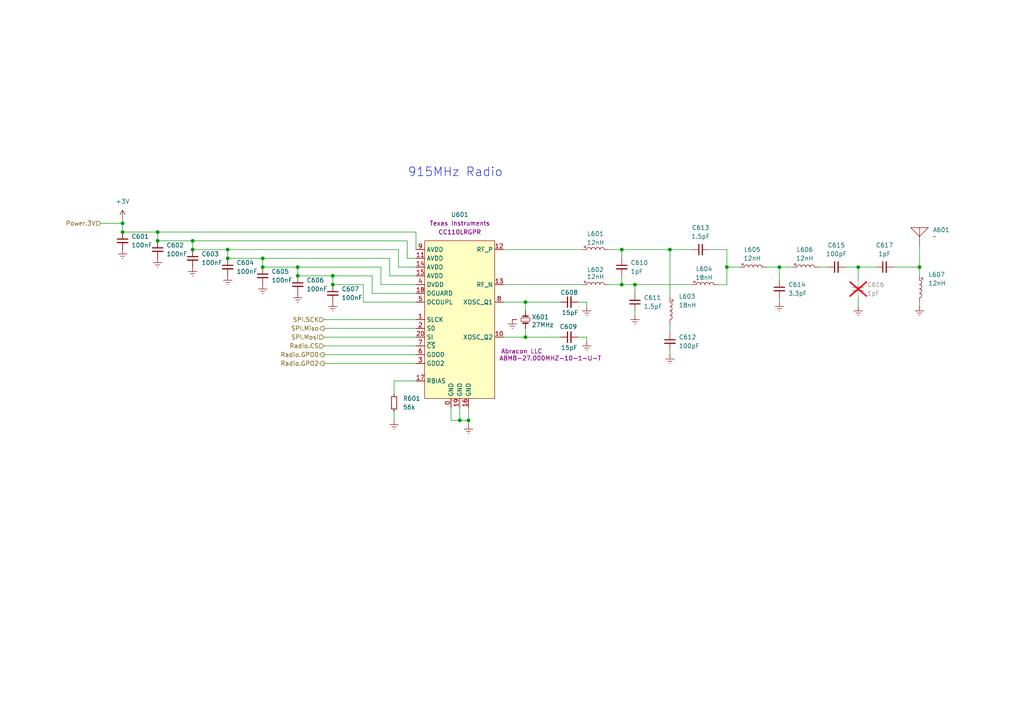
<source format=kicad_sch>
(kicad_sch (version 20231120) (generator "eeschema") (generator_version "8.0")
  (paper "A4")
  (title_block (title "Energy Meter") (date "2024-12-06") (rev "0"))
  (lib_symbols
    (symbol "The_Parts_Library:A_DN024" (pin_numbers hide) (pin_names (offset 0) hide) (exclude_from_sim yes) (in_bom no)
      (property "Reference" "A" (at 3.556 0.508 0))
      (symbol "A_DN024_0_1"
        (polyline (pts (xy 0 0) (xy 0 2.54)))
        (polyline (pts (xy -2.54 2.54) (xy 0 2.54) (xy 2.54 2.54) (xy 0 0) (xy -2.54 2.54)))
      )
      (symbol "A_DN024_1_0"
        (pin passive line (at 0 -2.54 90) (length 2.54) (name "1") (number "1"))
      )
    )
    (symbol "The_Parts_Library:C0603_1.5pF_100V_C0G" (pin_numbers hide) (pin_names (offset 0) hide)
      (property "Reference" "C" (at 2.54 2.54 0))
      (property "Value" "1.5pF" (at 2.54 0 0))
      (symbol "C0603_1.5pF_100V_C0G_0_1"
        (polyline (pts (xy -1.524 -0.508) (xy 1.524 -0.508)) (stroke (width 0.3302)))
        (polyline (pts (xy -1.524 0.508) (xy 1.524 0.508)) (stroke (width 0.3048)))
      )
      (symbol "C0603_1.5pF_100V_C0G_1_1"
        (pin passive line (at 0 2.54 270) (length 2.032) (name "~") (number "1"))
        (pin passive line (at 0 -2.54 90) (length 2.032) (name "~") (number "2"))
      )
    )
    (symbol "The_Parts_Library:C0603_100nF_100V_X7R" (pin_numbers hide) (pin_names (offset 0) hide)
      (property "Reference" "C" (at 2.54 2.54 0))
      (property "Value" "100nF" (at 2.54 0 0))
      (symbol "C0603_100nF_100V_X7R_0_1"
        (polyline (pts (xy -1.524 -0.508) (xy 1.524 -0.508)) (stroke (width 0.3302)))
        (polyline (pts (xy -1.524 0.508) (xy 1.524 0.508)) (stroke (width 0.3048)))
      )
      (symbol "C0603_100nF_100V_X7R_1_1"
        (pin passive line (at 0 2.54 270) (length 2.032) (name "~") (number "1"))
        (pin passive line (at 0 -2.54 90) (length 2.032) (name "~") (number "2"))
      )
    )
    (symbol "The_Parts_Library:C0603_100pF_100V_C0G" (pin_numbers hide) (pin_names (offset 0) hide)
      (property "Reference" "C" (at 2.54 2.54 0))
      (property "Value" "100pF" (at 2.54 0 0))
      (symbol "C0603_100pF_100V_C0G_0_1"
        (polyline (pts (xy -1.524 -0.508) (xy 1.524 -0.508)) (stroke (width 0.3302)))
        (polyline (pts (xy -1.524 0.508) (xy 1.524 0.508)) (stroke (width 0.3048)))
      )
      (symbol "C0603_100pF_100V_C0G_1_1"
        (pin passive line (at 0 2.54 270) (length 2.032) (name "~") (number "1"))
        (pin passive line (at 0 -2.54 90) (length 2.032) (name "~") (number "2"))
      )
    )
    (symbol "The_Parts_Library:C0603_15pF_100V_C0G" (pin_numbers hide) (pin_names (offset 0) hide)
      (property "Reference" "C" (at 2.54 2.54 0))
      (property "Value" "15pF" (at 2.54 0 0))
      (symbol "C0603_15pF_100V_C0G_0_1"
        (polyline (pts (xy -1.524 -0.508) (xy 1.524 -0.508)) (stroke (width 0.3302)))
        (polyline (pts (xy -1.524 0.508) (xy 1.524 0.508)) (stroke (width 0.3048)))
      )
      (symbol "C0603_15pF_100V_C0G_1_1"
        (pin passive line (at 0 2.54 270) (length 2.032) (name "~") (number "1"))
        (pin passive line (at 0 -2.54 90) (length 2.032) (name "~") (number "2"))
      )
    )
    (symbol "The_Parts_Library:C0603_1pF_100V_C0G" (pin_numbers hide) (pin_names (offset 0) hide)
      (property "Reference" "C" (at 2.54 2.54 0))
      (property "Value" "1pF" (at 2.54 0 0))
      (symbol "C0603_1pF_100V_C0G_0_1"
        (polyline (pts (xy -1.524 -0.508) (xy 1.524 -0.508)) (stroke (width 0.3302)))
        (polyline (pts (xy -1.524 0.508) (xy 1.524 0.508)) (stroke (width 0.3048)))
      )
      (symbol "C0603_1pF_100V_C0G_1_1"
        (pin passive line (at 0 2.54 270) (length 2.032) (name "~") (number "1"))
        (pin passive line (at 0 -2.54 90) (length 2.032) (name "~") (number "2"))
      )
    )
    (symbol "The_Parts_Library:C0603_3.3pF_100V_C0G" (pin_numbers hide) (pin_names (offset 0) hide)
      (property "Reference" "C" (at 2.54 2.54 0))
      (property "Value" "3.3pF" (at 2.54 0 0))
      (symbol "C0603_3.3pF_100V_C0G_0_1"
        (polyline (pts (xy -1.524 -0.508) (xy 1.524 -0.508)) (stroke (width 0.3302)))
        (polyline (pts (xy -1.524 0.508) (xy 1.524 0.508)) (stroke (width 0.3048)))
      )
      (symbol "C0603_3.3pF_100V_C0G_1_1"
        (pin passive line (at 0 2.54 270) (length 2.032) (name "~") (number "1"))
        (pin passive line (at 0 -2.54 90) (length 2.032) (name "~") (number "2"))
      )
    )
    (symbol "The_Parts_Library:L_LQG18HN12NJ00D" (pin_numbers hide) (pin_names (offset 0) hide)
      (property "Reference" "L" (at 2.54 2.54 0))
      (property "Value" "12nH" (at 2.54 0 0))
      (property "Manufacturer" "Murata Electronics" (at 2.54 -5.08 0))
      (property "Manufacturer Part Number" "LQG18HN12NJ00D" (at 2.54 -2.54 0))
      (symbol "L_LQG18HN12NJ00D_0_1"
        (arc (start 0 -2.54) (mid 0.6323 -1.905) (end 0 -1.27))
        (arc (start 0 -1.27) (mid 0.6323 -0.635) (end 0 0))
        (arc (start 0 0) (mid 0.6323 0.635) (end 0 1.27))
        (arc (start 0 1.27) (mid 0.6323 1.905) (end 0 2.54))
        (circle (center 0.762 3.048) (radius 0.254))
      )
      (symbol "L_LQG18HN12NJ00D_1_1"
        (pin passive line (at 0 3.81 270) (length 1.27) (name "1") (number "1"))
        (pin passive line (at 0 -3.81 90) (length 1.27) (name "2") (number "2"))
      )
    )
    (symbol "The_Parts_Library:L_LQG18HN18NJ00D" (pin_numbers hide) (pin_names (offset 0) hide)
      (property "Reference" "L" (at 2.54 2.54 0))
      (property "Value" "18nH" (at 2.54 0 0))
      (property "Manufacturer" "Murata Electronics" (at 2.54 -5.08 0))
      (property "Manufacturer Part Number" "LQG18HN18NJ00D" (at 2.54 -2.54 0))
      (symbol "L_LQG18HN18NJ00D_0_1"
        (arc (start 0 -2.54) (mid 0.6323 -1.905) (end 0 -1.27))
        (arc (start 0 -1.27) (mid 0.6323 -0.635) (end 0 0))
        (arc (start 0 0) (mid 0.6323 0.635) (end 0 1.27))
        (arc (start 0 1.27) (mid 0.6323 1.905) (end 0 2.54))
        (circle (center 0.762 3.048) (radius 0.254))
      )
      (symbol "L_LQG18HN18NJ00D_1_1"
        (pin passive line (at 0 3.81 270) (length 1.27) (name "1") (number "1"))
        (pin passive line (at 0 -3.81 90) (length 1.27) (name "2") (number "2"))
      )
    )
    (symbol "The_Parts_Library:R0603_56k" (pin_numbers hide) (pin_names (offset 0.254) hide)
      (property "Reference" "R" (at 1.27 2.54 0))
      (property "Value" "56k" (at 1.27 0 0))
      (symbol "R0603_56k_0_1"
        (rectangle (start -0.762 1.778) (end 0.762 -1.778) (stroke (width 0.2032)))
      )
      (symbol "R0603_56k_1_1"
        (pin passive line (at 0 2.54 270) (length 0.762) (name "~") (number "1"))
        (pin passive line (at 0 -2.54 90) (length 0.762) (name "~") (number "2"))
      )
    )
    (symbol "The_Parts_Library:U_CC110LRGPR"
      (property "Reference" "U" (at -7.62 33.02 0))
      (property "Manufacturer" "Texas Instruments" (at -7.62 27.94 0))
      (property "Manufacturer Part Number" "CC110LRGPR" (at -7.62 30.48 0))
      (symbol "U_CC110LRGPR_0_0"
        (pin input line (at -12.7 2.54 0) (length 2.54) (name "SLCK") (number "1"))
        (pin input line (at -12.7 20.32 0) (length 2.54) (name "AVDD") (number "11"))
        (pin passive line (at 12.7 22.86 180) (length 2.54) (name "RF_P") (number "12"))
        (pin passive line (at 12.7 12.7 180) (length 2.54) (name "RF_N") (number "13"))
        (pin input line (at -12.7 17.78 0) (length 2.54) (name "AVDD") (number "14"))
        (pin input line (at -12.7 15.24 0) (length 2.54) (name "AVDD") (number "15"))
        (pin passive line (at -12.7 -15.24 0) (length 2.54) (name "RBIAS") (number "17"))
        (pin passive line (at -12.7 10.16 0) (length 2.54) (name "DGUARD") (number "18"))
        (pin tri_state line (at -12.7 0 0) (length 2.54) (name "S0") (number "2"))
        (pin input line (at -12.7 -2.54 0) (length 2.54) (name "SI") (number "20"))
        (pin output line (at -12.7 -10.16 0) (length 2.54) (name "GDO2") (number "3"))
        (pin input line (at -12.7 12.7 0) (length 2.54) (name "DVDD") (number "4"))
        (pin passive line (at -12.7 7.62 0) (length 2.54) (name "DCOUPL") (number "5"))
        (pin output line (at -12.7 -7.62 0) (length 2.54) (name "GDO0") (number "6"))
        (pin passive line (at 12.7 7.62 180) (length 2.54) (name "XOSC_Q1") (number "8"))
        (pin input line (at -12.7 22.86 0) (length 2.54) (name "AVDD") (number "9"))
      )
      (symbol "U_CC110LRGPR_1_0"
        (pin power_in line (at -2.54 -22.86 90) (length 2.54) (name "GND") (number "0"))
        (pin passive line (at 12.7 -2.54 180) (length 2.54) (name "XOSC_Q2") (number "10"))
        (pin power_in line (at 2.54 -22.86 90) (length 2.54) (name "GND") (number "16"))
        (pin power_in line (at 0 -22.86 90) (length 2.54) (name "GND") (number "19"))
        (pin input line (at -12.7 -5.08 0) (length 2.54) (name "~{CS}") (number "7"))
      )
      (symbol "U_CC110LRGPR_1_1"
        (rectangle (start -10.16 25.4) (end 10.16 -20.32) (fill (type background)))
      )
    )
    (symbol "The_Parts_Library:V_+3V" (power) (pin_numbers hide) (pin_names hide) (exclude_from_sim yes) (in_bom no) (on_board no)
      (property "Value" "+3V" (at 0 0 0))
      (symbol "V_+3V_0_1"
        (polyline (pts (xy -3.302 1.27) (xy -2.54 2.54)))
        (polyline (pts (xy -2.54 0) (xy -2.54 2.54)))
        (polyline (pts (xy -2.54 2.54) (xy -1.778 1.27)))
      )
      (symbol "V_+3V_1_1"
        (pin power_in line (at -2.54 0 90) (length 0) (name "~") (number "1"))
      )
    )
    (symbol "The_Parts_Library:V_GND" (power) (pin_numbers hide) (pin_names hide) (exclude_from_sim yes) (in_bom no) (on_board no)
      (symbol "V_GND_0_1"
        (polyline (pts (xy -0.635 -1.905) (xy 0.635 -1.905)))
        (polyline (pts (xy -0.127 -2.54) (xy 0.127 -2.54)))
        (polyline (pts (xy 0 -1.27) (xy 0 0)))
        (polyline (pts (xy 1.27 -1.27) (xy -1.27 -1.27)))
      )
      (symbol "V_GND_1_1"
        (pin power_in line (at 0 0 270) (length 0) (name "~") (number "1"))
      )
    )
    (symbol "The_Parts_Library:X_ABM8-27.000MHZ-10-1-U-T" (pin_numbers hide) (pin_names (offset 0) hide)
      (property "Reference" "X" (at 2.54 2.54 0))
      (property "Value" "27MHz" (at 2.54 0 0))
      (property "Manufacturer" "Abracon LLC" (at 2.54 -5.08 0))
      (property "Manufacturer Part Number" "ABM8-27.000MHZ-10-1-U-T" (at 2.54 -2.54 0))
      (symbol "X_ABM8-27.000MHZ-10-1-U-T_0_1"
        (rectangle (start -1.27 0.508) (end 1.27 -0.508))
        (polyline (pts (xy 0 -1.27) (xy 0 -1.016)))
        (polyline (pts (xy 0 1.27) (xy 0 1.016)))
        (polyline (pts (xy 0.762 -1.016) (xy -0.762 -1.016)) (stroke (width 0.381)))
        (polyline (pts (xy 0.762 1.016) (xy -0.762 1.016)) (stroke (width 0.381)))
      )
      (symbol "X_ABM8-27.000MHZ-10-1-U-T_1_0"
        (pin power_in line (at -3.81 0 0) (length 1.27) (name "2") (number "2"))
        (pin power_in line (at -3.81 0 0) (length 1.27) hide (name "GND") (number "4"))
      )
      (symbol "X_ABM8-27.000MHZ-10-1-U-T_1_1"
        (pin passive line (at 0 -2.54 90) (length 1.27) (name "1") (number "1"))
        (pin passive line (at 0 2.54 270) (length 1.27) (name "3") (number "3"))
      )
    )
  )
  (junction (at 96.52 80.01))
  (junction (at 35.56 64.77))
  (junction (at 210.82 77.47))
  (junction (at 45.72 69.85))
  (junction (at 135.89 121.92))
  (junction (at 152.4 97.79))
  (junction (at 76.2 77.47))
  (junction (at 66.04 72.39))
  (junction (at 76.2 74.93))
  (junction (at 248.92 77.47))
  (junction (at 35.56 67.31))
  (junction (at 96.52 82.55))
  (junction (at 266.7 77.47))
  (junction (at 86.36 80.01))
  (junction (at 194.31 72.39))
  (junction (at 152.4 87.63))
  (junction (at 55.88 72.39))
  (junction (at 180.34 72.39))
  (junction (at 180.34 82.55))
  (junction (at 55.88 69.85))
  (junction (at 66.04 74.93))
  (junction (at 86.36 77.47))
  (junction (at 133.35 121.92))
  (junction (at 226.06 77.47))
  (junction (at 45.72 67.31))
  (junction (at 184.15 82.55))
  (wire (pts (xy 210.82 77.47) (xy 210.82 82.55)))
  (wire (pts (xy 35.56 63.5) (xy 35.56 64.77)))
  (wire (pts (xy 120.65 110.49) (xy 114.3 110.49)))
  (wire (pts (xy 184.15 90.17) (xy 184.15 91.44)))
  (wire (pts (xy 237.49 77.47) (xy 240.03 77.47)))
  (wire (pts (xy 210.82 77.47) (xy 214.63 77.47)))
  (wire (pts (xy 180.34 80.01) (xy 180.34 82.55)))
  (wire (pts (xy 66.04 74.93) (xy 76.2 74.93)))
  (wire (pts (xy 184.15 82.55) (xy 184.15 85.09)))
  (wire (pts (xy 259.08 77.47) (xy 266.7 77.47)))
  (wire (pts (xy 120.65 67.31) (xy 120.65 72.39)))
  (wire (pts (xy 135.89 118.11) (xy 135.89 121.92)))
  (wire (pts (xy 208.28 82.55) (xy 210.82 82.55)))
  (wire (pts (xy 205.74 72.39) (xy 210.82 72.39)))
  (wire (pts (xy 266.7 87.63) (xy 266.7 88.9)))
  (wire (pts (xy 113.03 80.01) (xy 120.65 80.01)))
  (wire (pts (xy 226.06 77.47) (xy 226.06 81.28)))
  (wire (pts (xy 120.65 85.09) (xy 107.95 85.09)))
  (wire (pts (xy 93.98 97.79) (xy 120.65 97.79)))
  (wire (pts (xy 226.06 86.36) (xy 226.06 87.63)))
  (wire (pts (xy 118.11 69.85) (xy 118.11 74.93)))
  (wire (pts (xy 152.4 97.79) (xy 152.4 95.25)))
  (wire (pts (xy 170.18 87.63) (xy 170.18 88.9)))
  (wire (pts (xy 76.2 74.93) (xy 113.03 74.93)))
  (wire (pts (xy 93.98 102.87) (xy 120.65 102.87)))
  (wire (pts (xy 133.35 121.92) (xy 130.81 121.92)))
  (wire (pts (xy 180.34 72.39) (xy 180.34 74.93)))
  (wire (pts (xy 96.52 80.01) (xy 86.36 80.01)))
  (wire (pts (xy 86.36 77.47) (xy 110.49 77.47)))
  (wire (pts (xy 222.25 77.47) (xy 226.06 77.47)))
  (wire (pts (xy 194.31 72.39) (xy 200.66 72.39)))
  (wire (pts (xy 194.31 72.39) (xy 194.31 86.36)))
  (wire (pts (xy 180.34 82.55) (xy 184.15 82.55)))
  (wire (pts (xy 35.56 67.31) (xy 45.72 67.31)))
  (wire (pts (xy 105.41 87.63) (xy 105.41 82.55)))
  (wire (pts (xy 110.49 77.47) (xy 110.49 82.55)))
  (wire (pts (xy 55.88 72.39) (xy 66.04 72.39)))
  (wire (pts (xy 45.72 67.31) (xy 120.65 67.31)))
  (wire (pts (xy 167.64 97.79) (xy 170.18 97.79)))
  (wire (pts (xy 146.05 82.55) (xy 168.91 82.55)))
  (wire (pts (xy 167.64 87.63) (xy 170.18 87.63)))
  (wire (pts (xy 146.05 97.79) (xy 152.4 97.79)))
  (wire (pts (xy 115.57 77.47) (xy 120.65 77.47)))
  (wire (pts (xy 107.95 80.01) (xy 96.52 80.01)))
  (wire (pts (xy 29.21 64.77) (xy 35.56 64.77)))
  (wire (pts (xy 146.05 72.39) (xy 168.91 72.39)))
  (wire (pts (xy 35.56 64.77) (xy 35.56 67.31)))
  (wire (pts (xy 248.92 86.36) (xy 248.92 88.9)))
  (wire (pts (xy 133.35 118.11) (xy 133.35 121.92)))
  (wire (pts (xy 152.4 97.79) (xy 162.56 97.79)))
  (wire (pts (xy 96.52 82.55) (xy 96.52 80.01)))
  (wire (pts (xy 118.11 74.93) (xy 120.65 74.93)))
  (wire (pts (xy 86.36 80.01) (xy 86.36 77.47)))
  (wire (pts (xy 130.81 121.92) (xy 130.81 118.11)))
  (wire (pts (xy 113.03 74.93) (xy 113.03 80.01)))
  (wire (pts (xy 96.52 82.55) (xy 105.41 82.55)))
  (wire (pts (xy 76.2 77.47) (xy 86.36 77.47)))
  (wire (pts (xy 45.72 69.85) (xy 55.88 69.85)))
  (wire (pts (xy 226.06 77.47) (xy 229.87 77.47)))
  (wire (pts (xy 114.3 119.38) (xy 114.3 121.92)))
  (wire (pts (xy 114.3 110.49) (xy 114.3 114.3)))
  (wire (pts (xy 93.98 95.25) (xy 120.65 95.25)))
  (wire (pts (xy 184.15 82.55) (xy 200.66 82.55)))
  (wire (pts (xy 194.31 93.98) (xy 194.31 96.52)))
  (wire (pts (xy 135.89 121.92) (xy 133.35 121.92)))
  (wire (pts (xy 245.11 77.47) (xy 248.92 77.47)))
  (wire (pts (xy 152.4 87.63) (xy 152.4 90.17)))
  (wire (pts (xy 55.88 69.85) (xy 55.88 72.39)))
  (wire (pts (xy 146.05 87.63) (xy 152.4 87.63)))
  (wire (pts (xy 210.82 72.39) (xy 210.82 77.47)))
  (wire (pts (xy 66.04 72.39) (xy 66.04 74.93)))
  (wire (pts (xy 55.88 69.85) (xy 118.11 69.85)))
  (wire (pts (xy 110.49 82.55) (xy 120.65 82.55)))
  (wire (pts (xy 176.53 82.55) (xy 180.34 82.55)))
  (wire (pts (xy 45.72 67.31) (xy 45.72 69.85)))
  (wire (pts (xy 120.65 87.63) (xy 105.41 87.63)))
  (wire (pts (xy 76.2 74.93) (xy 76.2 77.47)))
  (wire (pts (xy 248.92 77.47) (xy 254 77.47)))
  (wire (pts (xy 266.7 77.47) (xy 266.7 80.01)))
  (wire (pts (xy 93.98 100.33) (xy 120.65 100.33)))
  (wire (pts (xy 115.57 72.39) (xy 115.57 77.47)))
  (wire (pts (xy 93.98 92.71) (xy 120.65 92.71)))
  (wire (pts (xy 180.34 72.39) (xy 194.31 72.39)))
  (wire (pts (xy 152.4 87.63) (xy 162.56 87.63)))
  (wire (pts (xy 248.92 77.47) (xy 248.92 81.28)))
  (wire (pts (xy 135.89 121.92) (xy 135.89 123.19)))
  (wire (pts (xy 107.95 85.09) (xy 107.95 80.01)))
  (wire (pts (xy 66.04 72.39) (xy 115.57 72.39)))
  (wire (pts (xy 176.53 72.39) (xy 180.34 72.39)))
  (wire (pts (xy 194.31 101.6) (xy 194.31 102.87)))
  (wire (pts (xy 266.7 77.47) (xy 266.7 71.12)))
  (wire (pts (xy 170.18 97.79) (xy 170.18 99.06)))
  (wire (pts (xy 93.98 105.41) (xy 120.65 105.41)))
  (text "915MHz Radio" (at 132.08 50.038 0) (effects (font (size 2.54 2.54))))
  (hierarchical_label "Radio.CS" (shape input) (at 93.98 100.33 180))
  (hierarchical_label "SPI.Miso" (shape output) (at 93.98 95.25 180))
  (hierarchical_label "Radio.GPO0" (shape output) (at 93.98 102.87 180))
  (hierarchical_label "Power.3V" (shape input) (at 29.21 64.77 180))
  (hierarchical_label "SPI.SCK" (shape input) (at 93.98 92.71 180))
  (hierarchical_label "Radio.GPO2" (shape output) (at 93.98 105.41 180))
  (hierarchical_label "SPI.Mosi" (shape input) (at 93.98 97.79 180))
  (symbol (lib_id "The_Parts_Library:V_GND") (at 76.2 82.55 0) (unit 1) (exclude_from_sim yes) (in_bom no) (on_board no)
    (property "Reference" "#PWR0606" (effects (hide yes)))
    (property "Value" "GND" (effects (hide yes)))
  )
  (symbol (lib_id "The_Parts_Library:C0603_100nF_100V_X7R") (at 86.36 82.55 0) (unit 1)
    (property "Reference" "C606" (at 88.9 81.2862 0) (effects (justify left)))
    (property "Value" "100nF" (at 88.9 83.8262 0) (effects (justify left)))
    (property "Footprint" "The_Parts_Library:C_0603" (effects (hide yes)))
    (property "Description" "0.1 uF ±10% 100V Ceramic Capacitor X7R 0603 (1608 Metric)" (effects (hide yes)))
    (property "Manufacturer" "Murata Electronics" (effects (hide yes)))
    (property "Manufacturer Part Number" "GCJ188R72A104KA01D" (effects (hide yes)))
    (property "Supplier" "Digikey" (effects (hide yes)))
    (property "Supplier Part Number" "490-13420-2-ND" (effects (hide yes)))
  )
  (symbol (lib_id "The_Parts_Library:C0603_100nF_100V_X7R") (at 35.56 69.85 0) (unit 1)
    (property "Reference" "C601" (at 38.1 68.5862 0) (effects (justify left)))
    (property "Value" "100nF" (at 38.1 71.1262 0) (effects (justify left)))
    (property "Footprint" "The_Parts_Library:C_0603" (effects (hide yes)))
    (property "Description" "0.1 uF ±10% 100V Ceramic Capacitor X7R 0603 (1608 Metric)" (effects (hide yes)))
    (property "Manufacturer" "Murata Electronics" (effects (hide yes)))
    (property "Manufacturer Part Number" "GCJ188R72A104KA01D" (effects (hide yes)))
    (property "Supplier" "Digikey" (effects (hide yes)))
    (property "Supplier Part Number" "490-13420-2-ND" (effects (hide yes)))
  )
  (symbol (lib_id "The_Parts_Library:L_LQG18HN12NJ00D") (at 172.72 82.55 90) (unit 1)
    (property "Reference" "L602" (at 172.72 78.232 90))
    (property "Value" "12nH" (at 172.72 80.264 90))
    (property "Footprint" "The_Parts_Library:L_0603" (effects (hide yes)))
    (property "Description" "12 nH Unshielded Multilayer Inductor 600 mA 350mOhm Max 0603 (1608 Metric)" (effects (hide yes)))
    (property "Manufacturer" "Murata Electronics" (effects (hide yes)))
    (property "Manufacturer Part Number" "LQG18HN12NJ00D" (effects (hide yes)))
    (property "Supplier" "Digikey" (effects (hide yes)))
    (property "Supplier Part Number" "490-6575-2-ND" (effects (hide yes)))
  )
  (symbol (lib_id "The_Parts_Library:C0603_1.5pF_100V_C0G") (at 203.2 72.39 90) (unit 1)
    (property "Reference" "C613" (at 203.2063 66.04 90))
    (property "Value" "1.5pF" (at 203.2063 68.58 90))
    (property "Footprint" "The_Parts_Library:C_0603" (effects (hide yes)))
    (property "Description" "1.5 pF ±0.1pF 100V Ceramic Capacitor C0G, NP0 0603 (1608 Metric)" (effects (hide yes)))
    (property "Manufacturer" "Murata Electronics" (effects (hide yes)))
    (property "Manufacturer Part Number" "GCM1885C2A1R5BA16D" (effects (hide yes)))
    (property "Supplier" "Digikey" (effects (hide yes)))
    (property "Supplier Part Number" "490-GCM1885C2A1R5BA16DTR-ND" (effects (hide yes)))
  )
  (symbol (lib_id "The_Parts_Library:V_GND") (at 148.59 92.71 0) (unit 1) (exclude_from_sim yes) (in_bom no) (on_board no)
    (property "Reference" "#PWR0611" (effects (hide yes)))
    (property "Value" "GND" (effects (hide yes)))
  )
  (symbol (lib_id "The_Parts_Library:U_CC110LRGPR") (at 133.35 95.25 0) (unit 1)
    (property "Reference" "U601" (at 133.35 62.23 0))
    (property "Footprint" "The_Parts_Library:TI_QFN20_RGP" (effects (hide yes)))
    (property "Description" "IC RF TxRx Only General ISM < 1GHz 300MHz ~ 348MHz, 387MHz ~ 464MHz, 779MHz ~ 928MHz 20-VFQFN Exposed Pad" (effects (hide yes)))
    (property "Manufacturer" "Texas Instruments" (at 133.35 64.77 0))
    (property "Manufacturer Part Number" "CC110LRGPR" (at 133.35 67.31 0))
    (property "Supplier" "Digikey" (effects (hide yes)))
    (property "Supplier Part Number" "296-35719-2-ND" (effects (hide yes)))
  )
  (symbol (lib_id "The_Parts_Library:V_GND") (at 135.89 123.19 0) (unit 1) (exclude_from_sim yes) (in_bom no) (on_board no)
    (property "Reference" "#PWR0610" (effects (hide yes)))
    (property "Value" "GND" (effects (hide yes)))
  )
  (symbol (lib_id "The_Parts_Library:L_LQG18HN18NJ00D") (at 194.31 90.17 0) (unit 1)
    (property "Reference" "L603" (at 196.85 85.9789 0) (effects (justify left)))
    (property "Value" "18nH" (at 196.85 88.5189 0) (effects (justify left)))
    (property "Footprint" "The_Parts_Library:L_0603" (effects (hide yes)))
    (property "Description" "18 nH Unshielded Multilayer Inductor 600 mA 450mOhm Max 0603 (1608 Metric)" (effects (hide yes)))
    (property "Manufacturer" "Murata Electronics" (effects (hide yes)))
    (property "Manufacturer Part Number" "LQG18HN18NJ00D" (effects (hide yes)))
    (property "Supplier" "Digikey" (effects (hide yes)))
    (property "Supplier Part Number" "490-6577-2-ND" (effects (hide yes)))
  )
  (symbol (lib_id "The_Parts_Library:V_+3V") (at 38.1 63.5 0) (unit 1)
    (property "Reference" "#PWR0602" (effects (hide yes)))
    (property "Value" "+3V" (at 35.56 58.42 0))
  )
  (symbol (lib_id "The_Parts_Library:A_DN024") (at 266.7 68.58 0) (unit 1) (exclude_from_sim yes) (in_bom no)
    (property "Reference" "A601" (at 270.51 66.6749 0) (effects (justify left)))
    (property "Value" "~" (at 270.51 68.58 0) (effects (justify left)))
    (property "Footprint" "The_Parts_Library:TI_DN024_Single_Band" (effects (hide yes)))
    (property "Datasheet" "https://www.ti.com/lit/an/swra227e/swra227e.pdf" (effects (hide yes)))
    (property "Description" "PCB Antenna from TI DN024" (effects (hide yes)))
  )
  (symbol (lib_id "The_Parts_Library:L_LQG18HN12NJ00D") (at 218.44 77.47 90) (unit 1)
    (property "Reference" "L605" (at 218.186 72.39 90))
    (property "Value" "12nH" (at 218.186 74.93 90))
    (property "Footprint" "The_Parts_Library:L_0603" (effects (hide yes)))
    (property "Description" "12 nH Unshielded Multilayer Inductor 600 mA 350mOhm Max 0603 (1608 Metric)" (effects (hide yes)))
    (property "Manufacturer" "Murata Electronics" (effects (hide yes)))
    (property "Manufacturer Part Number" "LQG18HN12NJ00D" (effects (hide yes)))
    (property "Supplier" "Digikey" (effects (hide yes)))
    (property "Supplier Part Number" "490-6575-2-ND" (effects (hide yes)))
  )
  (symbol (lib_id "The_Parts_Library:V_GND") (at 194.31 102.87 0) (unit 1) (exclude_from_sim yes) (in_bom no) (on_board no)
    (property "Reference" "#PWR0615" (effects (hide yes)))
    (property "Value" "GND" (effects (hide yes)))
  )
  (symbol (lib_id "The_Parts_Library:L_LQG18HN12NJ00D") (at 233.68 77.47 90) (unit 1)
    (property "Reference" "L606" (at 233.426 72.39 90))
    (property "Value" "12nH" (at 233.426 74.93 90))
    (property "Footprint" "The_Parts_Library:L_0603" (effects (hide yes)))
    (property "Description" "12 nH Unshielded Multilayer Inductor 600 mA 350mOhm Max 0603 (1608 Metric)" (effects (hide yes)))
    (property "Manufacturer" "Murata Electronics" (effects (hide yes)))
    (property "Manufacturer Part Number" "LQG18HN12NJ00D" (effects (hide yes)))
    (property "Supplier" "Digikey" (effects (hide yes)))
    (property "Supplier Part Number" "490-6575-2-ND" (effects (hide yes)))
  )
  (symbol (lib_id "The_Parts_Library:V_GND") (at 55.88 77.47 0) (unit 1) (exclude_from_sim yes) (in_bom no) (on_board no)
    (property "Reference" "#PWR0604" (effects (hide yes)))
    (property "Value" "GND" (effects (hide yes)))
  )
  (symbol (lib_id "The_Parts_Library:C0603_100pF_100V_C0G") (at 242.57 77.47 90) (unit 1)
    (property "Reference" "C615" (at 242.5763 71.12 90))
    (property "Value" "100pF" (at 242.5763 73.66 90))
    (property "Footprint" "The_Parts_Library:C_0603" (effects (hide yes)))
    (property "Description" "100 pF ±5% 100V Ceramic Capacitor C0G, NP0 0603 (1608 Metric)" (effects (hide yes)))
    (property "Manufacturer" "Murata Electronics" (effects (hide yes)))
    (property "Manufacturer Part Number" "GCM1885C2A101JA16D" (effects (hide yes)))
    (property "Supplier" "Digikey" (effects (hide yes)))
    (property "Supplier Part Number" "490-4771-2-ND" (effects (hide yes)))
  )
  (symbol (lib_id "The_Parts_Library:C0603_100nF_100V_X7R") (at 66.04 77.47 0) (unit 1)
    (property "Reference" "C604" (at 68.58 76.2062 0) (effects (justify left)))
    (property "Value" "100nF" (at 68.58 78.7462 0) (effects (justify left)))
    (property "Footprint" "The_Parts_Library:C_0603" (effects (hide yes)))
    (property "Description" "0.1 uF ±10% 100V Ceramic Capacitor X7R 0603 (1608 Metric)" (effects (hide yes)))
    (property "Manufacturer" "Murata Electronics" (effects (hide yes)))
    (property "Manufacturer Part Number" "GCJ188R72A104KA01D" (effects (hide yes)))
    (property "Supplier" "Digikey" (effects (hide yes)))
    (property "Supplier Part Number" "490-13420-2-ND" (effects (hide yes)))
  )
  (symbol (lib_id "The_Parts_Library:C0603_100nF_100V_X7R") (at 45.72 72.39 0) (unit 1)
    (property "Reference" "C602" (at 48.26 71.1262 0) (effects (justify left)))
    (property "Value" "100nF" (at 48.26 73.6662 0) (effects (justify left)))
    (property "Footprint" "The_Parts_Library:C_0603" (effects (hide yes)))
    (property "Description" "0.1 uF ±10% 100V Ceramic Capacitor X7R 0603 (1608 Metric)" (effects (hide yes)))
    (property "Manufacturer" "Murata Electronics" (effects (hide yes)))
    (property "Manufacturer Part Number" "GCJ188R72A104KA01D" (effects (hide yes)))
    (property "Supplier" "Digikey" (effects (hide yes)))
    (property "Supplier Part Number" "490-13420-2-ND" (effects (hide yes)))
  )
  (symbol (lib_id "The_Parts_Library:C0603_1pF_100V_C0G") (at 180.34 77.47 0) (unit 1)
    (property "Reference" "C610" (at 182.88 76.2062 0) (effects (justify left)))
    (property "Value" "1pF" (at 182.88 78.7462 0) (effects (justify left)))
    (property "Footprint" "The_Parts_Library:C_0603" (effects (hide yes)))
    (property "Description" "1 pF ±0.25pF 100V Ceramic Capacitor C0G, NP0 0603 (1608 Metric)" (effects (hide yes)))
    (property "Manufacturer" "Murata Electronics" (effects (hide yes)))
    (property "Manufacturer Part Number" "GCM1885C2A1R0CA16D" (effects (hide yes)))
    (property "Supplier" "Digikey" (effects (hide yes)))
    (property "Supplier Part Number" "490-GCM1885C2A1R0CA16DTR-ND" (effects (hide yes)))
  )
  (symbol (lib_id "The_Parts_Library:R0603_56k") (at 114.3 116.84 0) (unit 1)
    (property "Reference" "R601" (at 116.84 115.5699 0) (effects (justify left)))
    (property "Value" "56k" (at 116.84 118.1099 0) (effects (justify left)))
    (property "Footprint" "The_Parts_Library:R_0603" (effects (hide yes)))
    (property "Description" "56 kOhms ±1% 0.1W, 1/10W Chip Resistor 0603 (1608 Metric) Moisture Resistant Thick Film" (effects (hide yes)))
    (property "Supplier" "Digikey" (effects (hide yes)))
    (property "Supplier Part Number" "311-56KHRTR-ND" (effects (hide yes)))
    (property "Manufacturer" "YAGEO" (effects (hide yes)))
    (property "Manufacturer Part Number" "RC0603FR-0756KL" (effects (hide yes)))
    (property "Sim.Device" "R" (effects (hide yes)))
    (property "Sim.Type" "=" (effects (hide yes)))
    (property "Sim.Params" "r=R_Small" (effects (hide yes)))
    (property "Sim.Pins" "1=+ 2=-" (effects (hide yes)))
  )
  (symbol (lib_id "The_Parts_Library:C0603_100nF_100V_X7R") (at 76.2 80.01 0) (unit 1)
    (property "Reference" "C605" (at 78.74 78.7462 0) (effects (justify left)))
    (property "Value" "100nF" (at 78.74 81.2862 0) (effects (justify left)))
    (property "Footprint" "The_Parts_Library:C_0603" (effects (hide yes)))
    (property "Description" "0.1 uF ±10% 100V Ceramic Capacitor X7R 0603 (1608 Metric)" (effects (hide yes)))
    (property "Manufacturer" "Murata Electronics" (effects (hide yes)))
    (property "Manufacturer Part Number" "GCJ188R72A104KA01D" (effects (hide yes)))
    (property "Supplier" "Digikey" (effects (hide yes)))
    (property "Supplier Part Number" "490-13420-2-ND" (effects (hide yes)))
  )
  (symbol (lib_id "The_Parts_Library:C0603_100nF_100V_X7R") (at 96.52 85.09 0) (unit 1)
    (property "Reference" "C607" (at 99.06 83.8262 0) (effects (justify left)))
    (property "Value" "100nF" (at 99.06 86.3662 0) (effects (justify left)))
    (property "Footprint" "The_Parts_Library:C_0603" (effects (hide yes)))
    (property "Description" "0.1 uF ±10% 100V Ceramic Capacitor X7R 0603 (1608 Metric)" (effects (hide yes)))
    (property "Manufacturer" "Murata Electronics" (effects (hide yes)))
    (property "Manufacturer Part Number" "GCJ188R72A104KA01D" (effects (hide yes)))
    (property "Supplier" "Digikey" (effects (hide yes)))
    (property "Supplier Part Number" "490-13420-2-ND" (effects (hide yes)))
  )
  (symbol (lib_id "The_Parts_Library:L_LQG18HN12NJ00D") (at 266.7 83.82 0) (unit 1)
    (property "Reference" "L607" (at 269.24 79.6289 0) (effects (justify left)))
    (property "Value" "12nH" (at 269.24 82.1689 0) (effects (justify left)))
    (property "Footprint" "The_Parts_Library:L_0603" (effects (hide yes)))
    (property "Description" "12 nH Unshielded Multilayer Inductor 600 mA 350mOhm Max 0603 (1608 Metric)" (effects (hide yes)))
    (property "Manufacturer" "Murata Electronics" (effects (hide yes)))
    (property "Manufacturer Part Number" "LQG18HN12NJ00D" (effects (hide yes)))
    (property "Supplier" "Digikey" (effects (hide yes)))
    (property "Supplier Part Number" "490-6575-2-ND" (effects (hide yes)))
  )
  (symbol (lib_id "The_Parts_Library:V_GND") (at 184.15 91.44 0) (unit 1) (exclude_from_sim yes) (in_bom no) (on_board no)
    (property "Reference" "#PWR0614" (effects (hide yes)))
    (property "Value" "GND" (effects (hide yes)))
  )
  (symbol (lib_id "The_Parts_Library:C0603_1pF_100V_C0G") (at 256.54 77.47 90) (unit 1)
    (property "Reference" "C617" (at 256.5463 71.12 90))
    (property "Value" "1pF" (at 256.5463 73.66 90))
    (property "Footprint" "The_Parts_Library:C_0603" (effects (hide yes)))
    (property "Description" "1 pF ±0.25pF 100V Ceramic Capacitor C0G, NP0 0603 (1608 Metric)" (effects (hide yes)))
    (property "Manufacturer" "Murata Electronics" (effects (hide yes)))
    (property "Manufacturer Part Number" "GCM1885C2A1R0CA16D" (effects (hide yes)))
    (property "Supplier" "Digikey" (effects (hide yes)))
    (property "Supplier Part Number" "490-GCM1885C2A1R0CA16DTR-ND" (effects (hide yes)))
  )
  (symbol (lib_id "The_Parts_Library:V_GND") (at 35.56 72.39 0) (unit 1) (exclude_from_sim yes) (in_bom no) (on_board no)
    (property "Reference" "#PWR0601" (effects (hide yes)))
    (property "Value" "GND" (effects (hide yes)))
  )
  (symbol (lib_id "The_Parts_Library:L_LQG18HN12NJ00D") (at 172.72 72.39 90) (unit 1)
    (property "Reference" "L601" (at 172.72 67.818 90))
    (property "Value" "12nH" (at 172.72 70.358 90))
    (property "Footprint" "The_Parts_Library:L_0603" (effects (hide yes)))
    (property "Description" "12 nH Unshielded Multilayer Inductor 600 mA 350mOhm Max 0603 (1608 Metric)" (effects (hide yes)))
    (property "Manufacturer" "Murata Electronics" (effects (hide yes)))
    (property "Manufacturer Part Number" "LQG18HN12NJ00D" (effects (hide yes)))
    (property "Supplier" "Digikey" (effects (hide yes)))
    (property "Supplier Part Number" "490-6575-2-ND" (effects (hide yes)))
  )
  (symbol (lib_id "The_Parts_Library:V_GND") (at 66.04 80.01 0) (unit 1) (exclude_from_sim yes) (in_bom no) (on_board no)
    (property "Reference" "#PWR0605" (effects (hide yes)))
    (property "Value" "GND" (effects (hide yes)))
  )
  (symbol (lib_id "The_Parts_Library:C0603_100nF_100V_X7R") (at 55.88 74.93 0) (unit 1)
    (property "Reference" "C603" (at 58.42 73.6662 0) (effects (justify left)))
    (property "Value" "100nF" (at 58.42 76.2062 0) (effects (justify left)))
    (property "Footprint" "The_Parts_Library:C_0603" (effects (hide yes)))
    (property "Description" "0.1 uF ±10% 100V Ceramic Capacitor X7R 0603 (1608 Metric)" (effects (hide yes)))
    (property "Manufacturer" "Murata Electronics" (effects (hide yes)))
    (property "Manufacturer Part Number" "GCJ188R72A104KA01D" (effects (hide yes)))
    (property "Supplier" "Digikey" (effects (hide yes)))
    (property "Supplier Part Number" "490-13420-2-ND" (effects (hide yes)))
  )
  (symbol (lib_id "The_Parts_Library:V_GND") (at 114.3 121.92 0) (unit 1) (exclude_from_sim yes) (in_bom no) (on_board no)
    (property "Reference" "#PWR0609" (effects (hide yes)))
    (property "Value" "GND" (effects (hide yes)))
  )
  (symbol (lib_id "The_Parts_Library:C0603_15pF_100V_C0G") (at 165.1 97.79 90) (unit 1)
    (property "Reference" "C609" (at 164.846 94.742 90))
    (property "Value" "15pF" (at 165.1 100.838 90))
    (property "Footprint" "The_Parts_Library:C_0603" (effects (hide yes)))
    (property "Description" "15 pF ±1% 100V Ceramic Capacitor C0G, NP0 0603 (1608 Metric)" (effects (hide yes)))
    (property "Manufacturer" "Murata Electronics" (effects (hide yes)))
    (property "Manufacturer Part Number" "GCM1885C2A150FA16D" (effects (hide yes)))
    (property "Supplier" "Digikey" (effects (hide yes)))
    (property "Supplier Part Number" "490-16416-2-ND" (effects (hide yes)))
  )
  (symbol (lib_id "The_Parts_Library:V_GND") (at 86.36 85.09 0) (unit 1) (exclude_from_sim yes) (in_bom no) (on_board no)
    (property "Reference" "#PWR0607" (effects (hide yes)))
    (property "Value" "GND" (effects (hide yes)))
  )
  (symbol (lib_id "The_Parts_Library:V_GND") (at 248.92 88.9 0) (unit 1) (exclude_from_sim yes) (in_bom no) (on_board no)
    (property "Reference" "#PWR0617" (effects (hide yes)))
    (property "Value" "GND" (effects (hide yes)))
  )
  (symbol (lib_id "The_Parts_Library:V_GND") (at 45.72 74.93 0) (unit 1) (exclude_from_sim yes) (in_bom no) (on_board no)
    (property "Reference" "#PWR0603" (effects (hide yes)))
    (property "Value" "GND" (effects (hide yes)))
  )
  (symbol (lib_id "The_Parts_Library:V_GND") (at 266.7 88.9 0) (unit 1) (exclude_from_sim yes) (in_bom no) (on_board no)
    (property "Reference" "#PWR0618" (effects (hide yes)))
    (property "Value" "GND" (effects (hide yes)))
  )
  (symbol (lib_id "The_Parts_Library:L_LQG18HN18NJ00D") (at 204.47 82.55 90) (unit 1)
    (property "Reference" "L604" (at 204.216 77.978 90))
    (property "Value" "18nH" (at 204.216 80.518 90))
    (property "Footprint" "The_Parts_Library:L_0603" (effects (hide yes)))
    (property "Description" "18 nH Unshielded Multilayer Inductor 600 mA 450mOhm Max 0603 (1608 Metric)" (effects (hide yes)))
    (property "Manufacturer" "Murata Electronics" (effects (hide yes)))
    (property "Manufacturer Part Number" "LQG18HN18NJ00D" (effects (hide yes)))
    (property "Supplier" "Digikey" (effects (hide yes)))
    (property "Supplier Part Number" "490-6577-2-ND" (effects (hide yes)))
  )
  (symbol (lib_id "The_Parts_Library:V_GND") (at 226.06 87.63 0) (unit 1) (exclude_from_sim yes) (in_bom no) (on_board no)
    (property "Reference" "#PWR0616" (effects (hide yes)))
    (property "Value" "GND" (effects (hide yes)))
  )
  (symbol (lib_id "The_Parts_Library:C0603_1pF_100V_C0G") (at 248.92 83.82 0) (unit 1) (dnp yes)
    (property "Reference" "C616" (at 251.46 82.5562 0) (effects (justify left)))
    (property "Value" "1pF" (at 251.46 85.0962 0) (effects (justify left)))
    (property "Footprint" "The_Parts_Library:C_0603" (effects (hide yes)))
    (property "Description" "1 pF ±0.25pF 100V Ceramic Capacitor C0G, NP0 0603 (1608 Metric)" (effects (hide yes)))
    (property "Manufacturer" "Murata Electronics" (effects (hide yes)))
    (property "Manufacturer Part Number" "GCM1885C2A1R0CA16D" (effects (hide yes)))
    (property "Supplier" "Digikey" (effects (hide yes)))
    (property "Supplier Part Number" "490-GCM1885C2A1R0CA16DTR-ND" (effects (hide yes)))
  )
  (symbol (lib_id "The_Parts_Library:X_ABM8-27.000MHZ-10-1-U-T") (at 152.4 92.71 0) (unit 1)
    (property "Reference" "X601" (at 154.178 91.948 0) (effects (justify left)))
    (property "Value" "27MHz" (at 154.178 94.234 0) (effects (justify left)))
    (property "Footprint" "The_Parts_Library:Abracon_ABM8" (effects (hide yes)))
    (property "Description" "27 MHz ±10ppm Crystal 10pF 50 Ohms 4-SMD, No Lead" (effects (hide yes)))
    (property "Manufacturer" "Abracon LLC" (at 145.288 101.854 0) (effects (justify left)))
    (property "Manufacturer Part Number" "ABM8-27.000MHZ-10-1-U-T" (at 144.78 103.886 0) (effects (justify left)))
    (property "Supplier" "Digikey" (effects (hide yes)))
    (property "Supplier Part Number" "535-9679-2-ND" (effects (hide yes)))
  )
  (symbol (lib_id "The_Parts_Library:V_GND") (at 170.18 99.06 0) (unit 1) (exclude_from_sim yes) (in_bom no) (on_board no)
    (property "Reference" "#PWR0613" (effects (hide yes)))
    (property "Value" "GND" (effects (hide yes)))
  )
  (symbol (lib_id "The_Parts_Library:V_GND") (at 170.18 88.9 0) (unit 1) (exclude_from_sim yes) (in_bom no) (on_board no)
    (property "Reference" "#PWR0612" (effects (hide yes)))
    (property "Value" "GND" (effects (hide yes)))
  )
  (symbol (lib_id "The_Parts_Library:C0603_15pF_100V_C0G") (at 165.1 87.63 90) (unit 1)
    (property "Reference" "C608" (at 165.1 84.836 90))
    (property "Value" "15pF" (at 165.354 90.678 90))
    (property "Footprint" "The_Parts_Library:C_0603" (effects (hide yes)))
    (property "Description" "15 pF ±1% 100V Ceramic Capacitor C0G, NP0 0603 (1608 Metric)" (effects (hide yes)))
    (property "Manufacturer" "Murata Electronics" (effects (hide yes)))
    (property "Manufacturer Part Number" "GCM1885C2A150FA16D" (effects (hide yes)))
    (property "Supplier" "Digikey" (effects (hide yes)))
    (property "Supplier Part Number" "490-16416-2-ND" (effects (hide yes)))
  )
  (symbol (lib_id "The_Parts_Library:C0603_1.5pF_100V_C0G") (at 184.15 87.63 180) (unit 1)
    (property "Reference" "C611" (at 186.69 86.3535 0) (effects (justify right)))
    (property "Value" "1.5pF" (at 186.69 88.8935 0) (effects (justify right)))
    (property "Footprint" "The_Parts_Library:C_0603" (effects (hide yes)))
    (property "Description" "1.5 pF ±0.1pF 100V Ceramic Capacitor C0G, NP0 0603 (1608 Metric)" (effects (hide yes)))
    (property "Manufacturer" "Murata Electronics" (effects (hide yes)))
    (property "Manufacturer Part Number" "GCM1885C2A1R5BA16D" (effects (hide yes)))
    (property "Supplier" "Digikey" (effects (hide yes)))
    (property "Supplier Part Number" "490-GCM1885C2A1R5BA16DTR-ND" (effects (hide yes)))
  )
  (symbol (lib_id "The_Parts_Library:C0603_100pF_100V_C0G") (at 194.31 99.06 0) (unit 1)
    (property "Reference" "C612" (at 196.85 97.7962 0) (effects (justify left)))
    (property "Value" "100pF" (at 196.85 100.3362 0) (effects (justify left)))
    (property "Footprint" "The_Parts_Library:C_0603" (effects (hide yes)))
    (property "Description" "100 pF ±5% 100V Ceramic Capacitor C0G, NP0 0603 (1608 Metric)" (effects (hide yes)))
    (property "Manufacturer" "Murata Electronics" (effects (hide yes)))
    (property "Manufacturer Part Number" "GCM1885C2A101JA16D" (effects (hide yes)))
    (property "Supplier" "Digikey" (effects (hide yes)))
    (property "Supplier Part Number" "490-4771-2-ND" (effects (hide yes)))
  )
  (symbol (lib_id "The_Parts_Library:C0603_3.3pF_100V_C0G") (at 226.06 83.82 0) (unit 1)
    (property "Reference" "C614" (at 228.6 82.5562 0) (effects (justify left)))
    (property "Value" "3.3pF" (at 228.6 85.0962 0) (effects (justify left)))
    (property "Footprint" "The_Parts_Library:C_0603" (effects (hide yes)))
    (property "Description" "3.3 pF ±0.25pF 100V Ceramic Capacitor C0G, NP0 0603 (1608 Metric)" (effects (hide yes)))
    (property "Manufacturer" "Murata Electronics" (effects (hide yes)))
    (property "Manufacturer Part Number" "GCM1885C2A3R3CA16D" (effects (hide yes)))
    (property "Supplier" "Digikey" (effects (hide yes)))
    (property "Supplier Part Number" "490-GCM1885C2A3R3CA16DTR-ND" (effects (hide yes)))
  )
  (symbol (lib_id "The_Parts_Library:V_GND") (at 96.52 87.63 0) (unit 1) (exclude_from_sim yes) (in_bom no) (on_board no)
    (property "Reference" "#PWR0608" (effects (hide yes)))
    (property "Value" "GND" (effects (hide yes)))
  )
)
</source>
